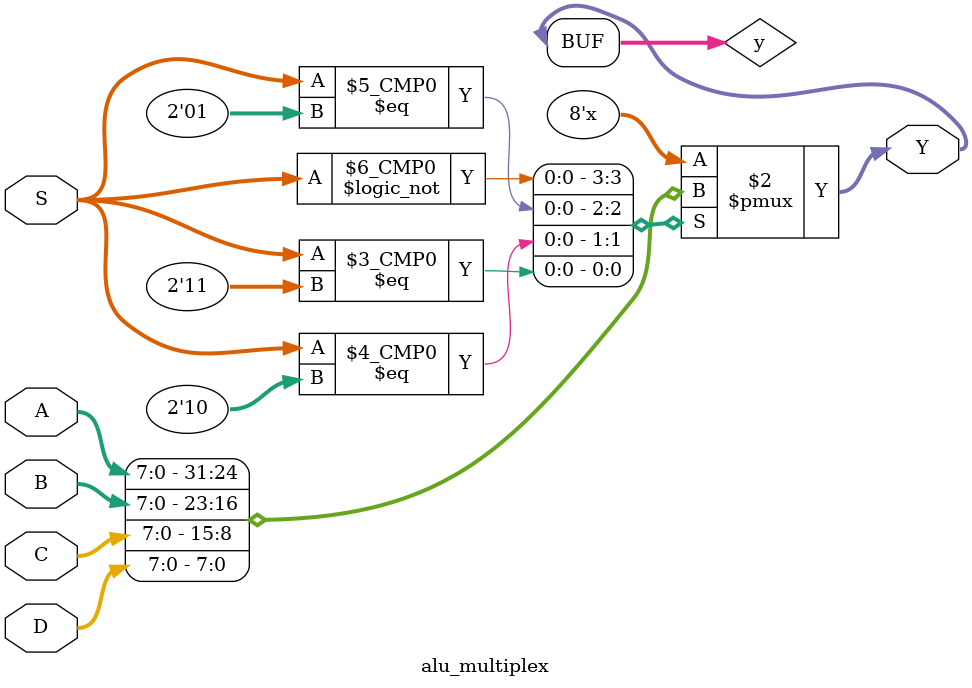
<source format=v>
`timescale 1ns / 1ps

module alu_multiplex(A, B, C, D, S, Y);
    input [7:0]A,B,C,D;
    input [1:0]S;
    output [7:0]Y;
    reg [7:0]y;
    
    always @(*) begin
        case (S)
            2'b00 : y = A;
            2'b01 : y = B;
            2'b10 : y = C;
            2'b11 : y = D;
        endcase
    end 
    
    assign Y = y;    
endmodule

</source>
